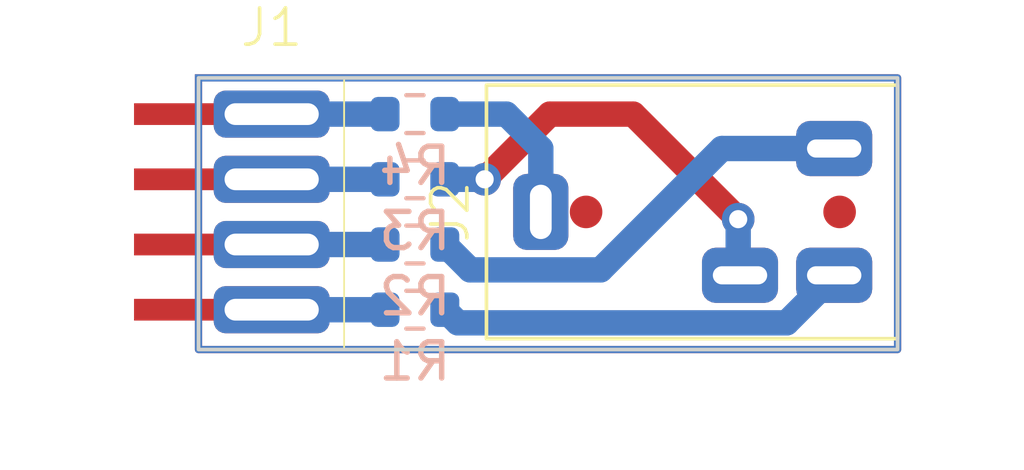
<source format=kicad_pcb>
(kicad_pcb (version 20221018) (generator pcbnew)
  (layers (0 "F.Cu" signal) (31 "B.Cu" signal) (34 "B.Paste" user) (35 "F.Paste" user) (36 "B.SilkS" user "B.Silkscreen") (37 "F.SilkS" user "F.Silkscreen") (38 "B.Mask" user) (39 "F.Mask" user) (44 "Edge.Cuts" user))
  (net 0 "")
  (net 1 "Net-(J1-PadR1)")
  (net 2 "Net-(J1-PadR2)")
  (net 3 "Net-(J1-PadS)")
  (net 4 "Net-(J1-PadT)")
  (net 5 "Net-(J2-PadR1)")
  (net 6 "Net-(J2-PadR2)")
  (net 7 "Net-(J2-PadS)")
  (net 8 "Net-(J2-PadT)")
  (footprint "Library:2.5mm Plug Edge" (layer "F.Cu") (at 136.42 88.5)
    (fp_text reference "J1" (at 0 -8.89 unlocked) (layer "F.SilkS") (effects (font (thickness 0.1))))
    (fp_text value "AudioPlug4")
    (fp_rect (start -3.8 -6.8) (end -1 -6.2) (fill solid) (layer "F.Cu"))
    (fp_rect (start -3.8 -5) (end -1 -4.4) (fill solid) (layer "F.Cu"))
    (fp_rect (start -3.8 -3.2) (end -1 -2.6) (fill solid) (layer "F.Cu"))
    (fp_rect (start -3.8 -1.4) (end -1 -0.8) (fill solid) (layer "F.Cu"))
    (fp_rect (start -2 -7.5) (end 2 0) (stroke (width 0.05)) (fill none) (layer "F.SilkS"))
    (pad "R1" thru_hole roundrect (at 0 -4.7) (size 3.2 1.3) (drill oval 2.6 0.6) (layers "*.Cu" "*.Mask") (net 1 "Net-(J1-PadR1)"))
    (pad "R2" thru_hole roundrect (at 0 -2.9) (size 3.2 1.3) (drill oval 2.6 0.6) (layers "*.Cu" "*.Mask") (net 2 "Net-(J1-PadR2)"))
    (pad "S" thru_hole roundrect (at 0 -1.1) (size 3.2 1.3) (drill oval 2.6 0.6) (layers "*.Cu" "*.Mask") (net 3 "Net-(J1-PadS)"))
    (pad "T" thru_hole roundrect (at 0 -6.5) (size 3.2 1.3) (drill oval 2.6 0.6) (layers "*.Cu" "*.Mask") (net 4 "Net-(J1-PadT)"))
  )
  (footprint "Library:2.5mm Jack" (layer "F.Cu") (at 153.85 84.7 90)
    (fp_text reference "J2" (at 0 -12.5 90 unlocked) (layer "F.SilkS") (effects (font (thickness 0.1))))
    (fp_text value "AudioJack4")
    (fp_circle (center 0 -8.75) (end 0.4 -8.75) (stroke (width 0.1)) (fill solid) (layer "F.Cu"))
    (fp_circle (center 0 -1.75) (end 0.4 -1.75) (stroke (width 0.1)) (fill solid) (layer "F.Cu"))
    (fp_rect (start -3.5 -11.5) (end 3.5 -0.15) (stroke (width 0.1)) (fill none) (layer "F.SilkS"))
    (pad "R1" thru_hole roundrect (at -1.75 -4.5) (size 2.1 1.524) (drill oval 1.5 0.5) (layers "*.Cu" "*.Mask") (net 5 "Net-(J2-PadR1)"))
    (pad "R2" thru_hole roundrect (at 1.75 -1.9) (size 2.1 1.524) (drill oval 1.5 0.5) (layers "*.Cu" "*.Mask") (net 6 "Net-(J2-PadR2)"))
    (pad "S" thru_hole roundrect (at -1.75 -1.9) (size 2.1 1.524) (drill oval 1.5 0.5) (layers "*.Cu" "*.Mask") (net 7 "Net-(J2-PadS)"))
    (pad "T" thru_hole roundrect (at 0 -10 90) (size 2.1 1.524) (drill oval 1.5 0.6) (layers "*.Cu" "*.Mask") (net 8 "Net-(J2-PadT)"))
  )
  (footprint "Resistor_SMD:R_0603_1608Metric" (layer "B.Cu") (at 140.375 82)
    (fp_text reference "R4" (at 0 1.43) (layer "B.SilkS") (effects (justify mirror)))
    (fp_text value "1k")
    (fp_line (start -0.237258 -0.5225) (end 0.237258 -0.5225) (stroke (width 0.12)) (layer "B.SilkS"))
    (fp_line (start -0.237258 0.5225) (end 0.237258 0.5225) (stroke (width 0.12)) (layer "B.SilkS"))
    (pad "1" smd roundrect (at -0.825 0) (size 0.8 0.95) (layers "B.Cu" "B.Paste" "B.Mask") (net 4 "Net-(J1-PadT)"))
    (pad "2" smd roundrect (at 0.825 0) (size 0.8 0.95) (layers "B.Cu" "B.Paste" "B.Mask") (net 8 "Net-(J2-PadT)"))
  )
  (footprint "Resistor_SMD:R_0603_1608Metric" (layer "B.Cu") (at 140.375 85.6)
    (fp_text reference "R2" (at 0 1.43) (layer "B.SilkS") (effects (justify mirror)))
    (fp_text value "1k")
    (fp_line (start -0.237258 -0.5225) (end 0.237258 -0.5225) (stroke (width 0.12)) (layer "B.SilkS"))
    (fp_line (start -0.237258 0.5225) (end 0.237258 0.5225) (stroke (width 0.12)) (layer "B.SilkS"))
    (pad "1" smd roundrect (at -0.825 0) (size 0.8 0.95) (layers "B.Cu" "B.Paste" "B.Mask") (net 2 "Net-(J1-PadR2)"))
    (pad "2" smd roundrect (at 0.825 0) (size 0.8 0.95) (layers "B.Cu" "B.Paste" "B.Mask") (net 6 "Net-(J2-PadR2)"))
  )
  (footprint "Resistor_SMD:R_0603_1608Metric" (layer "B.Cu") (at 140.375 83.8)
    (fp_text reference "R3" (at 0 1.43) (layer "B.SilkS") (effects (justify mirror)))
    (fp_text value "1k")
    (fp_line (start -0.237258 -0.5225) (end 0.237258 -0.5225) (stroke (width 0.12)) (layer "B.SilkS"))
    (fp_line (start -0.237258 0.5225) (end 0.237258 0.5225) (stroke (width 0.12)) (layer "B.SilkS"))
    (pad "1" smd roundrect (at -0.825 0) (size 0.8 0.95) (layers "B.Cu" "B.Paste" "B.Mask") (net 1 "Net-(J1-PadR1)"))
    (pad "2" smd roundrect (at 0.825 0) (size 0.8 0.95) (layers "B.Cu" "B.Paste" "B.Mask") (net 5 "Net-(J2-PadR1)"))
  )
  (footprint "Resistor_SMD:R_0603_1608Metric" (layer "B.Cu") (at 140.375 87.4)
    (fp_text reference "R1" (at 0 1.43) (layer "B.SilkS") (effects (justify mirror)))
    (fp_text value "1k")
    (fp_line (start -0.237258 -0.5225) (end 0.237258 -0.5225) (stroke (width 0.12)) (layer "B.SilkS"))
    (fp_line (start -0.237258 0.5225) (end 0.237258 0.5225) (stroke (width 0.12)) (layer "B.SilkS"))
    (pad "1" smd roundrect (at -0.825 0) (size 0.8 0.95) (layers "B.Cu" "B.Paste" "B.Mask") (net 3 "Net-(J1-PadS)"))
    (pad "2" smd roundrect (at 0.825 0) (size 0.8 0.95) (layers "B.Cu" "B.Paste" "B.Mask") (net 7 "Net-(J2-PadS)"))
  )
  (gr_rect (start 134.4 81) (end 153.7 88.5) (stroke (width 0.2)) (fill none) (layer "F.Cu"))
  (gr_rect (start 134.4 81) (end 153.7 88.5) (stroke (width 0.2)) (fill none) (layer "B.Cu"))
  (gr_rect (start 134.4 81) (end 153.7 88.5) (stroke (width 0.1)) (fill none) (layer "Edge.Cuts"))
  (segment (start 136.42 83.8) (end 139.55 83.8) (width 0.7) (layer "B.Cu") (net 1))
  (segment (start 136.42 85.6) (end 139.55 85.6) (width 0.7) (layer "B.Cu") (net 2))
  (segment (start 136.42 87.4) (end 139.55 87.4) (width 0.7) (layer "B.Cu") (net 3))
  (segment (start 136.42 82) (end 139.55 82) (width 0.7) (layer "B.Cu") (net 4))
  (segment (start 149.3 84.9) (end 146.4 82) (width 0.7) (layer "F.Cu") (net 5))
  (segment (start 146.4 82) (end 144.1 82) (width 0.7) (layer "F.Cu") (net 5))
  (segment (start 144.1 82) (end 142.3 83.8) (width 0.7) (layer "F.Cu") (net 5))
  (via (at 149.3 84.9) (size 0.9) (drill 0.5) (layers "F.Cu" "B.Cu") (net 5))
  (via (at 142.3 83.8) (size 0.9) (drill 0.5) (layers "F.Cu" "B.Cu") (net 5))
  (segment (start 141.2 83.8) (end 142.3 83.8) (width 0.7) (layer "B.Cu") (net 5))
  (segment (start 149.3 86.4) (end 149.35 86.45) (width 0.7) (layer "B.Cu") (net 5))
  (segment (start 149.3 84.9) (end 149.3 86.4) (width 0.7) (layer "B.Cu") (net 5))
  (segment (start 148.85 82.95) (end 151.95 82.95) (width 0.7) (layer "B.Cu") (net 6))
  (segment (start 145.5 86.3) (end 148.85 82.95) (width 0.7) (layer "B.Cu") (net 6))
  (segment (start 141.9 86.3) (end 145.5 86.3) (width 0.7) (layer "B.Cu") (net 6))
  (segment (start 141.2 85.6) (end 141.9 86.3) (width 0.7) (layer "B.Cu") (net 6))
  (segment (start 141.562 87.762) (end 150.638 87.762) (width 0.7) (layer "B.Cu") (net 7))
  (segment (start 150.638 87.762) (end 151.95 86.45) (width 0.7) (layer "B.Cu") (net 7))
  (segment (start 141.2 87.4) (end 141.562 87.762) (width 0.7) (layer "B.Cu") (net 7))
  (segment (start 142.9 82) (end 143.85 82.95) (width 0.7) (layer "B.Cu") (net 8))
  (segment (start 143.85 82.95) (end 143.85 84.7) (width 0.7) (layer "B.Cu") (net 8))
  (segment (start 141.2 82) (end 142.9 82) (width 0.7) (layer "B.Cu") (net 8))
)
</source>
